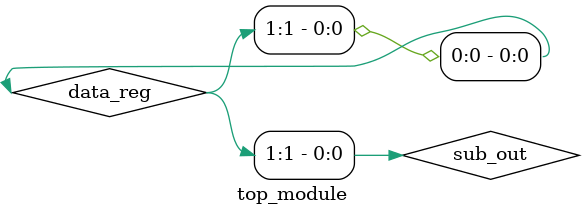
<source format=sv>
module top_module;
  logic sub_out;
  
  struct packed {
    logic data;
    logic valid;
  } data_reg;
  
  assign sub_out = data_reg.valid;
  
  always_comb begin
    data_reg.data = sub_out;
  end
endmodule

</source>
